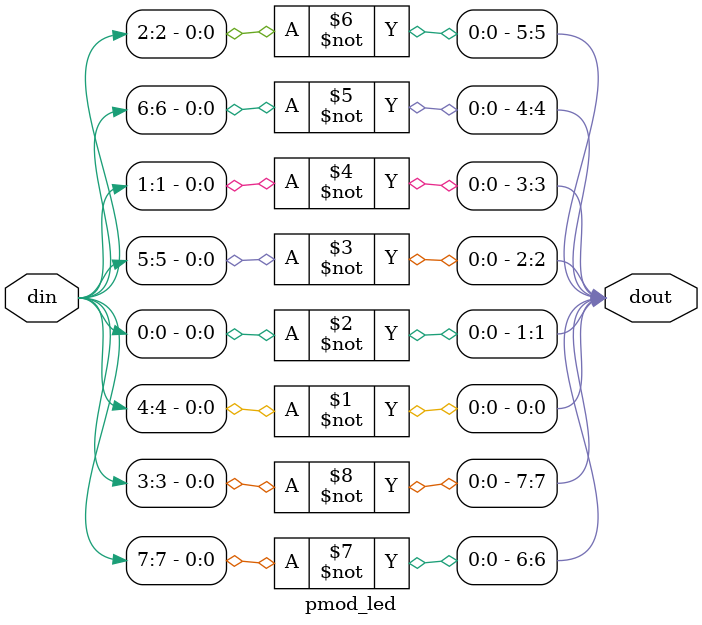
<source format=v>
module pmod_led(	// /tmp/tmp.51LfIJsvHj/38105_nes260_fpga_hdl_pmod_led.cleaned.mlir:2:3
  input  [7:0] din,	// /tmp/tmp.51LfIJsvHj/38105_nes260_fpga_hdl_pmod_led.cleaned.mlir:2:26
  output [7:0] dout	// /tmp/tmp.51LfIJsvHj/38105_nes260_fpga_hdl_pmod_led.cleaned.mlir:2:41
);

  assign dout =
    {~(din[3]),
     ~(din[7]),
     ~(din[2]),
     ~(din[6]),
     ~(din[1]),
     ~(din[5]),
     ~(din[0]),
     ~(din[4])};	// /tmp/tmp.51LfIJsvHj/38105_nes260_fpga_hdl_pmod_led.cleaned.mlir:4:10, :5:10, :6:10, :7:10, :8:10, :9:10, :10:10, :11:10, :12:10, :13:10, :14:11, :15:11, :16:11, :17:11, :18:11, :19:11, :20:11, :21:5
endmodule


</source>
